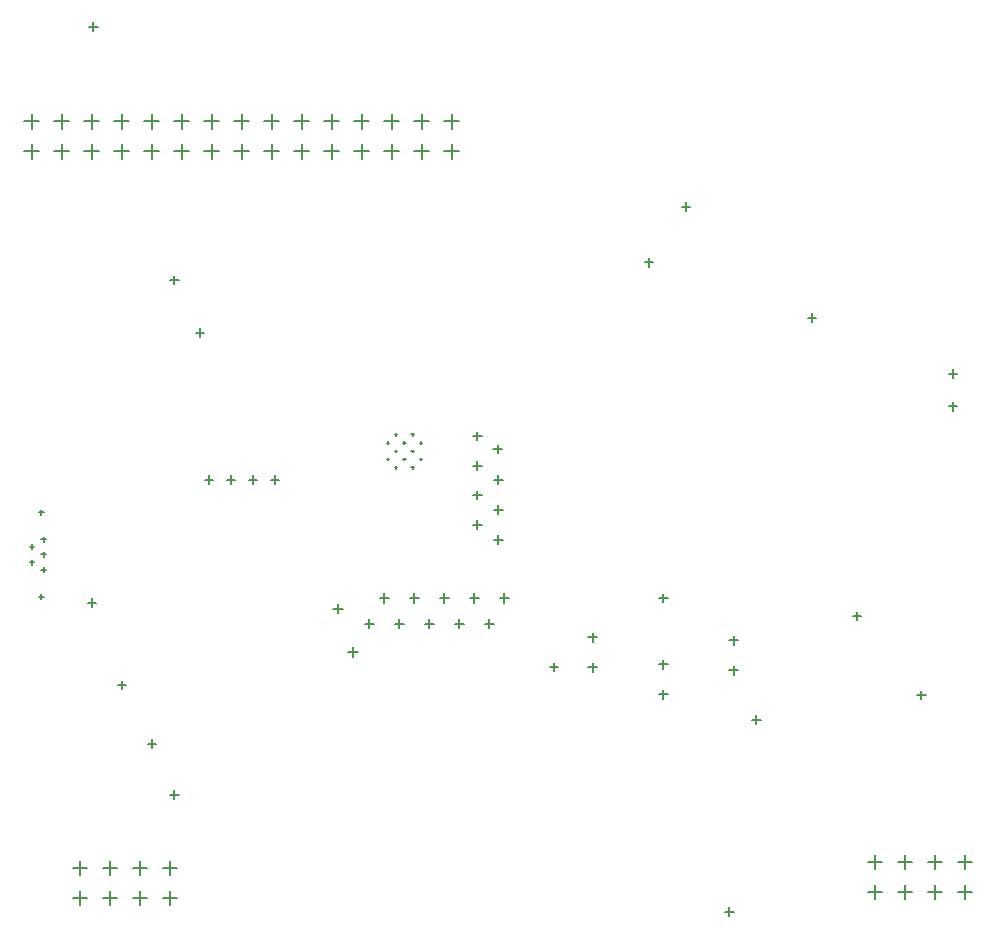
<source format=gbr>
%FSTAX23Y23*%
%MOMM*%
%SFA1B1*%

%IPPOS*%
%ADD16C,0.127000*%
%LNpcb1_drillmap_1-1*%
%LPD*%
G54D16*
X49403Y24003D02*
X50165D01*
X49784Y23622D02*
Y24384D01*
X49403Y26543D02*
X50165D01*
X49784Y26162D02*
Y26924D01*
X05753Y04445D02*
X06946D01*
X0635Y03848D02*
Y05041D01*
X08293Y04445D02*
X09486D01*
X0889Y03848D02*
Y05041D01*
X10833Y04445D02*
X12026D01*
X1143Y03848D02*
Y05041D01*
X13373Y04445D02*
X14566D01*
X1397Y03848D02*
Y05041D01*
X05753Y06985D02*
X06946D01*
X0635Y06388D02*
Y07581D01*
X08293Y06985D02*
X09486D01*
X0889Y06388D02*
Y07581D01*
X10833Y06985D02*
X12026D01*
X1143Y06388D02*
Y07581D01*
X13373Y06985D02*
X14566D01*
X1397Y06388D02*
Y07581D01*
X37211Y67691D02*
X38481D01*
X37846Y67056D02*
Y68326D01*
X37211Y70231D02*
X38481D01*
X37846Y69596D02*
Y70866D01*
X34671Y67691D02*
X35941D01*
X35306Y67056D02*
Y68326D01*
X34671Y70231D02*
X35941D01*
X35306Y69596D02*
Y70866D01*
X32131Y67691D02*
X33401D01*
X32766Y67056D02*
Y68326D01*
X32131Y70231D02*
X33401D01*
X32766Y69596D02*
Y70866D01*
X29591Y67691D02*
X30861D01*
X30226Y67056D02*
Y68326D01*
X29591Y70231D02*
X30861D01*
X30226Y69596D02*
Y70866D01*
X27051Y67691D02*
X28321D01*
X27686Y67056D02*
Y68326D01*
X27051Y70231D02*
X28321D01*
X27686Y69596D02*
Y70866D01*
X24511Y67691D02*
X25781D01*
X25146Y67056D02*
Y68326D01*
X24511Y70231D02*
X25781D01*
X25146Y69596D02*
Y70866D01*
X21971Y67691D02*
X23241D01*
X22606Y67056D02*
Y68326D01*
X21971Y70231D02*
X23241D01*
X22606Y69596D02*
Y70866D01*
X19431Y67691D02*
X20701D01*
X20066Y67056D02*
Y68326D01*
X19431Y70231D02*
X20701D01*
X20066Y69596D02*
Y70866D01*
X16891Y67691D02*
X18161D01*
X17526Y67056D02*
Y68326D01*
X16891Y70231D02*
X18161D01*
X17526Y69596D02*
Y70866D01*
X14351Y67691D02*
X15621D01*
X14986Y67056D02*
Y68326D01*
X14351Y70231D02*
X15621D01*
X14986Y69596D02*
Y70866D01*
X11811Y67691D02*
X13081D01*
X12446Y67056D02*
Y68326D01*
X11811Y70231D02*
X13081D01*
X12446Y69596D02*
Y70866D01*
X09271Y67691D02*
X10541D01*
X09906Y67056D02*
Y68326D01*
X09271Y70231D02*
X10541D01*
X09906Y69596D02*
Y70866D01*
X06731Y67691D02*
X08001D01*
X07366Y67056D02*
Y68326D01*
X06731Y70231D02*
X08001D01*
X07366Y69596D02*
Y70866D01*
X04191Y67691D02*
X05461D01*
X04826Y67056D02*
Y68326D01*
X04191Y70231D02*
X05461D01*
X04826Y69596D02*
Y70866D01*
X01651Y67691D02*
X02921D01*
X02286Y67056D02*
Y68326D01*
X01651Y70231D02*
X02921D01*
X02286Y69596D02*
Y70866D01*
X33718Y43017D02*
X33918D01*
X33818Y42917D02*
Y43117D01*
X32318Y43017D02*
X32518D01*
X32418Y42917D02*
Y43117D01*
X35118Y43017D02*
X35318D01*
X35218Y42917D02*
Y43117D01*
X32318Y41617D02*
X32518D01*
X32418Y41517D02*
Y41717D01*
X33718Y41617D02*
X33918D01*
X33818Y41517D02*
Y41717D01*
X35118Y41617D02*
X35318D01*
X35218Y41517D02*
Y41717D01*
X33018Y43717D02*
X33218D01*
X33118Y43617D02*
Y43817D01*
X34418Y43717D02*
X34618D01*
X34518Y43617D02*
Y43817D01*
X33018Y42317D02*
X33218D01*
X33118Y42217D02*
Y42418D01*
X34418Y42317D02*
X34618D01*
X34518Y42217D02*
Y42418D01*
X33018Y40917D02*
X33218D01*
X33118Y40817D02*
Y41017D01*
X34418Y40917D02*
X34618D01*
X34518Y40817D02*
Y41017D01*
X02085Y32893D02*
X02485D01*
X02286Y32692D02*
Y33092D01*
X02085Y34192D02*
X02485D01*
X02286Y33992D02*
Y34392D01*
X03085Y32242D02*
X03485D01*
X03285Y32042D02*
Y32442D01*
X03085Y33542D02*
X03485D01*
X03285Y33342D02*
Y33742D01*
X02865Y37117D02*
X03265D01*
X03065Y36917D02*
Y37317D01*
X02865Y29967D02*
X03265D01*
X03065Y29767D02*
Y30167D01*
X03085Y34842D02*
X03485D01*
X03285Y34642D02*
Y35042D01*
X61341Y23749D02*
X62103D01*
X61722Y23368D02*
Y2413D01*
X61341Y26289D02*
X62103D01*
X61722Y25908D02*
Y2667D01*
X55372Y21717D02*
X56134D01*
X55753Y21336D02*
Y22098D01*
X55372Y24257D02*
X56134D01*
X55753Y23876D02*
Y24638D01*
X73063Y04953D02*
X74256D01*
X7366Y04356D02*
Y05549D01*
X75603Y04953D02*
X76796D01*
X762Y04356D02*
Y05549D01*
X78143Y04953D02*
X79336D01*
X7874Y04356D02*
Y05549D01*
X80683Y04953D02*
X81876D01*
X8128Y04356D02*
Y05549D01*
X73063Y07493D02*
X74256D01*
X7366Y06896D02*
Y08089D01*
X75603Y07493D02*
X76796D01*
X762Y06896D02*
Y08089D01*
X78143Y07493D02*
X79336D01*
X7874Y06896D02*
Y08089D01*
X80683Y07493D02*
X81876D01*
X8128Y06896D02*
Y08089D01*
X79888Y4885D02*
X80638D01*
X80264Y48475D02*
Y49225D01*
X79888Y46101D02*
X80638D01*
X80264Y45725D02*
Y46475D01*
X1209Y17526D02*
X12801D01*
X12446Y1717D02*
Y17881D01*
X7178Y28321D02*
X72491D01*
X72136Y27965D02*
Y28676D01*
X40614Y27686D02*
X41427D01*
X41021Y27279D02*
Y28092D01*
X29057Y25273D02*
X2987D01*
X29464Y24866D02*
Y25679D01*
X27787Y28956D02*
X286D01*
X28194Y28549D02*
Y29362D01*
X63271Y19558D02*
X63982D01*
X63627Y19202D02*
Y19913D01*
X55397Y29845D02*
X56108D01*
X55753Y29489D02*
Y302D01*
X60985Y03302D02*
X61696D01*
X61341Y02946D02*
Y03657D01*
X13995Y13208D02*
X14706D01*
X14351Y12852D02*
Y13563D01*
X77241Y21653D02*
X77952D01*
X77597Y21297D02*
Y22009D01*
X13995Y56769D02*
X14706D01*
X14351Y56413D02*
Y57124D01*
X16154Y52324D02*
X16865D01*
X1651Y51968D02*
Y52679D01*
X16916Y39878D02*
X17627D01*
X17272Y39522D02*
Y40233D01*
X18779Y39878D02*
X1949D01*
X19134Y39522D02*
Y40233D01*
X20641Y39878D02*
X21352D01*
X20997Y39522D02*
Y40233D01*
X22504Y39878D02*
X23215D01*
X2286Y39522D02*
Y40233D01*
X30454Y27686D02*
X31267D01*
X30861Y27279D02*
Y28092D01*
X07137Y78232D02*
X07848D01*
X07493Y77876D02*
Y78587D01*
X54173Y58266D02*
X54884D01*
X54529Y57911D02*
Y58622D01*
X34264Y29845D02*
X35077D01*
X34671Y29438D02*
Y30251D01*
X36804Y29845D02*
X37617D01*
X37211Y29438D02*
Y30251D01*
X31724Y29845D02*
X32537D01*
X32131Y29438D02*
Y30251D01*
X38074Y27686D02*
X38887D01*
X38481Y27279D02*
Y28092D01*
X39649Y36068D02*
X4036D01*
X40005Y35712D02*
Y36423D01*
X3965Y43559D02*
X40361D01*
X40006Y43204D02*
Y43915D01*
X39649Y41063D02*
X4036D01*
X40005Y40707D02*
Y41418D01*
X41359Y4248D02*
X42071D01*
X41715Y42124D02*
Y42835D01*
X41427Y39878D02*
X42138D01*
X41783Y39522D02*
Y40233D01*
X41427Y37338D02*
X42138D01*
X41783Y36982D02*
Y37693D01*
X39649Y38565D02*
X4036D01*
X40005Y3821D02*
Y38921D01*
X41427Y34798D02*
X42138D01*
X41783Y34442D02*
Y35153D01*
X6797Y53594D02*
X68681D01*
X68326Y53238D02*
Y53949D01*
X57302Y62992D02*
X58013D01*
X57658Y62636D02*
Y63347D01*
X0955Y22479D02*
X10261D01*
X09906Y22123D02*
Y22834D01*
X46126Y24003D02*
X46837D01*
X46482Y23647D02*
Y24358D01*
X0701Y29464D02*
X07721D01*
X07366Y29108D02*
Y29819D01*
X41884Y29845D02*
X42697D01*
X42291Y29438D02*
Y30251D01*
X39344Y29845D02*
X40157D01*
X39751Y29438D02*
Y30251D01*
X35534Y27686D02*
X36347D01*
X35941Y27279D02*
Y28092D01*
X32994Y27686D02*
X33807D01*
X33401Y27279D02*
Y28092D01*
M02*
</source>
